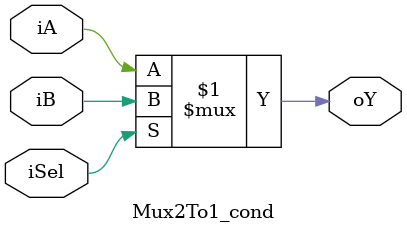
<source format=v>
/*
	2 to 1 Mux
	iSel | oY
	----------
	  0  | iA
	  1  | iB

    +------------+
--->| iA         |
--->| iSel    oY | --->
--->| iB         |
    +------------+
*/
module Mux2To1_cond
(
	input	iA,		// First input
	input	iB,		// Second input
	input	iSel,	// Data selection
	output	oY		// Mux output
);

assign	oY = ( iSel ) ? iB : iA ;

endmodule

</source>
